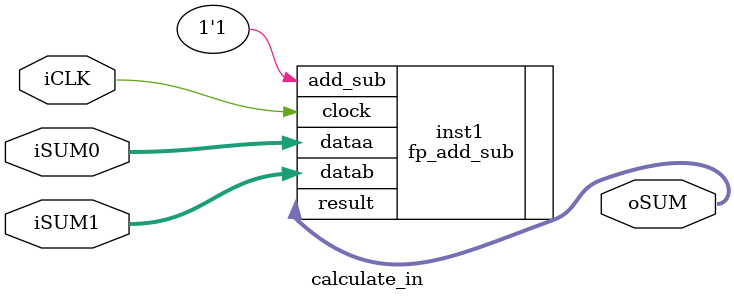
<source format=sv>
module calculate_in(
  input				iCLK,
  input	[31:0]	iSUM0,
  input	[31:0]	iSUM1,
  
  output	[31:0]	oSUM
);


  fp_add_sub inst1(
    .add_sub(1'b1),
    .clock(iCLK),
    .dataa(iSUM0),
    .datab(iSUM1),
    .result(oSUM)
  );

endmodule

</source>
